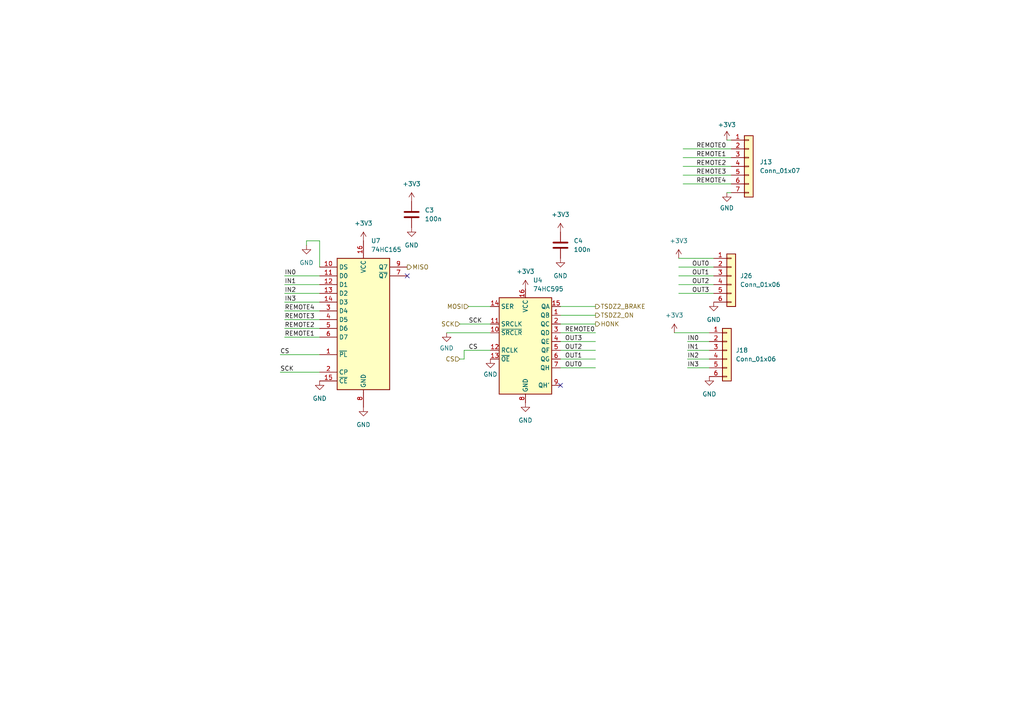
<source format=kicad_sch>
(kicad_sch (version 20230121) (generator eeschema)
  (paper "A4")
  (lib_symbols
    (symbol "74xx:74HC165"
      (property "Reference" "U" (at -7.62 19.05 0))
      (property "Value" "74HC165" (at -7.62 -21.59 0))
      (symbol "74HC165_1_0"
        (pin input line (at -12.7 -10.16 0) (length 5.08) (name "~{PL}") (number "1"))
        (pin input line (at -12.7 15.24 0) (length 5.08) (name "DS") (number "10"))
        (pin input line (at -12.7 12.7 0) (length 5.08) (name "D0") (number "11"))
        (pin input line (at -12.7 10.16 0) (length 5.08) (name "D1") (number "12"))
        (pin input line (at -12.7 7.62 0) (length 5.08) (name "D2") (number "13"))
        (pin input line (at -12.7 5.08 0) (length 5.08) (name "D3") (number "14"))
        (pin input line (at -12.7 -17.78 0) (length 5.08) (name "~{CE}") (number "15"))
        (pin power_in line (at 0 22.86 270) (length 5.08) (name "VCC") (number "16"))
        (pin input line (at -12.7 -15.24 0) (length 5.08) (name "CP") (number "2"))
        (pin input line (at -12.7 2.54 0) (length 5.08) (name "D4") (number "3"))
        (pin input line (at -12.7 0 0) (length 5.08) (name "D5") (number "4"))
        (pin input line (at -12.7 -2.54 0) (length 5.08) (name "D6") (number "5"))
        (pin input line (at -12.7 -5.08 0) (length 5.08) (name "D7") (number "6"))
        (pin output line (at 12.7 12.7 180) (length 5.08) (name "~{Q7}") (number "7"))
        (pin power_in line (at 0 -25.4 90) (length 5.08) (name "GND") (number "8"))
        (pin output line (at 12.7 15.24 180) (length 5.08) (name "Q7") (number "9"))
      )
      (symbol "74HC165_1_1"
        (rectangle (start -7.62 17.78) (end 7.62 -20.32) (stroke (width 0.254)) (fill (type background)))
      )
    )
    (symbol "74xx:74HC595"
      (property "Reference" "U" (at -7.62 13.97 0))
      (property "Value" "74HC595" (at -7.62 -16.51 0))
      (symbol "74HC595_1_0"
        (pin tri_state line (at 10.16 7.62 180) (length 2.54) (name "QB") (number "1"))
        (pin input line (at -10.16 2.54 0) (length 2.54) (name "~{SRCLR}") (number "10"))
        (pin input line (at -10.16 5.08 0) (length 2.54) (name "SRCLK") (number "11"))
        (pin input line (at -10.16 -2.54 0) (length 2.54) (name "RCLK") (number "12"))
        (pin input line (at -10.16 -5.08 0) (length 2.54) (name "~{OE}") (number "13"))
        (pin input line (at -10.16 10.16 0) (length 2.54) (name "SER") (number "14"))
        (pin tri_state line (at 10.16 10.16 180) (length 2.54) (name "QA") (number "15"))
        (pin power_in line (at 0 15.24 270) (length 2.54) (name "VCC") (number "16"))
        (pin tri_state line (at 10.16 5.08 180) (length 2.54) (name "QC") (number "2"))
        (pin tri_state line (at 10.16 2.54 180) (length 2.54) (name "QD") (number "3"))
        (pin tri_state line (at 10.16 0 180) (length 2.54) (name "QE") (number "4"))
        (pin tri_state line (at 10.16 -2.54 180) (length 2.54) (name "QF") (number "5"))
        (pin tri_state line (at 10.16 -5.08 180) (length 2.54) (name "QG") (number "6"))
        (pin tri_state line (at 10.16 -7.62 180) (length 2.54) (name "QH") (number "7"))
        (pin power_in line (at 0 -17.78 90) (length 2.54) (name "GND") (number "8"))
        (pin output line (at 10.16 -12.7 180) (length 2.54) (name "QH'") (number "9"))
      )
      (symbol "74HC595_1_1"
        (rectangle (start -7.62 12.7) (end 7.62 -15.24) (stroke (width 0.254)) (fill (type background)))
      )
    )
    (symbol "Connector_Generic:Conn_01x06" (pin_names (offset 1.016) hide)
      (property "Reference" "J" (at 0 7.62 0))
      (property "Value" "Conn_01x06" (at 0 -10.16 0))
      (symbol "Conn_01x06_1_1"
        (rectangle (start -1.27 -7.493) (end 0 -7.747) (stroke (width 0.1524)))
        (rectangle (start -1.27 -4.953) (end 0 -5.207) (stroke (width 0.1524)))
        (rectangle (start -1.27 -2.413) (end 0 -2.667) (stroke (width 0.1524)))
        (rectangle (start -1.27 0.127) (end 0 -0.127) (stroke (width 0.1524)))
        (rectangle (start -1.27 2.667) (end 0 2.413) (stroke (width 0.1524)))
        (rectangle (start -1.27 5.207) (end 0 4.953) (stroke (width 0.1524)))
        (rectangle (start -1.27 6.35) (end 1.27 -8.89) (stroke (width 0.254)) (fill (type background)))
        (pin passive line (at -5.08 5.08 0) (length 3.81) (name "Pin_1") (number "1"))
        (pin passive line (at -5.08 2.54 0) (length 3.81) (name "Pin_2") (number "2"))
        (pin passive line (at -5.08 0 0) (length 3.81) (name "Pin_3") (number "3"))
        (pin passive line (at -5.08 -2.54 0) (length 3.81) (name "Pin_4") (number "4"))
        (pin passive line (at -5.08 -5.08 0) (length 3.81) (name "Pin_5") (number "5"))
        (pin passive line (at -5.08 -7.62 0) (length 3.81) (name "Pin_6") (number "6"))
      )
    )
    (symbol "Connector_Generic:Conn_01x07" (pin_names (offset 1.016) hide)
      (property "Reference" "J" (at 0 10.16 0))
      (property "Value" "Conn_01x07" (at 0 -10.16 0))
      (symbol "Conn_01x07_1_1"
        (rectangle (start -1.27 -7.493) (end 0 -7.747) (stroke (width 0.1524)))
        (rectangle (start -1.27 -4.953) (end 0 -5.207) (stroke (width 0.1524)))
        (rectangle (start -1.27 -2.413) (end 0 -2.667) (stroke (width 0.1524)))
        (rectangle (start -1.27 0.127) (end 0 -0.127) (stroke (width 0.1524)))
        (rectangle (start -1.27 2.667) (end 0 2.413) (stroke (width 0.1524)))
        (rectangle (start -1.27 5.207) (end 0 4.953) (stroke (width 0.1524)))
        (rectangle (start -1.27 7.747) (end 0 7.493) (stroke (width 0.1524)))
        (rectangle (start -1.27 8.89) (end 1.27 -8.89) (stroke (width 0.254)) (fill (type background)))
        (pin passive line (at -5.08 7.62 0) (length 3.81) (name "Pin_1") (number "1"))
        (pin passive line (at -5.08 5.08 0) (length 3.81) (name "Pin_2") (number "2"))
        (pin passive line (at -5.08 2.54 0) (length 3.81) (name "Pin_3") (number "3"))
        (pin passive line (at -5.08 0 0) (length 3.81) (name "Pin_4") (number "4"))
        (pin passive line (at -5.08 -2.54 0) (length 3.81) (name "Pin_5") (number "5"))
        (pin passive line (at -5.08 -5.08 0) (length 3.81) (name "Pin_6") (number "6"))
        (pin passive line (at -5.08 -7.62 0) (length 3.81) (name "Pin_7") (number "7"))
      )
    )
    (symbol "Device:C" (pin_numbers hide) (pin_names (offset 0.254))
      (property "Reference" "C" (at 0.635 2.54 0))
      (property "Value" "C" (at 0.635 -2.54 0))
      (symbol "C_0_1"
        (polyline (pts (xy -2.032 -0.762) (xy 2.032 -0.762)) (stroke (width 0.508)))
        (polyline (pts (xy -2.032 0.762) (xy 2.032 0.762)) (stroke (width 0.508)))
      )
      (symbol "C_1_1"
        (pin passive line (at 0 3.81 270) (length 2.794) (name "~") (number "1"))
        (pin passive line (at 0 -3.81 90) (length 2.794) (name "~") (number "2"))
      )
    )
    (symbol "power:+3V3" (power) (pin_names (offset 0))
      (property "Value" "+3V3" (at 0 3.556 0))
      (symbol "+3V3_0_1"
        (polyline (pts (xy -0.762 1.27) (xy 0 2.54)))
        (polyline (pts (xy 0 0) (xy 0 2.54)))
        (polyline (pts (xy 0 2.54) (xy 0.762 1.27)))
      )
      (symbol "+3V3_1_1"
        (pin power_in line (at 0 0 90) (length 0) hide (name "+3V3") (number "1"))
      )
    )
    (symbol "power:GND" (power) (pin_names (offset 0))
      (property "Value" "GND" (at 0 -3.81 0))
      (symbol "GND_0_1"
        (polyline (pts (xy 0 0) (xy 0 -1.27) (xy 1.27 -1.27) (xy 0 -2.54) (xy -1.27 -1.27) (xy 0 -1.27)))
      )
      (symbol "GND_1_1"
        (pin power_in line (at 0 0 270) (length 0) hide (name "GND") (number "1"))
      )
    )
  )
  (no_connect (at 118.11 80.01))
  (no_connect (at 162.56 111.76))
  (wire (pts (xy 82.55 80.01) (xy 92.71 80.01)))
  (wire (pts (xy 88.9 69.85) (xy 92.71 69.85)))
  (wire (pts (xy 129.54 96.52) (xy 142.24 96.52)))
  (wire (pts (xy 82.55 95.25) (xy 92.71 95.25)))
  (wire (pts (xy 133.35 104.14) (xy 134.62 104.14)))
  (wire (pts (xy 172.72 88.9) (xy 162.56 88.9)))
  (wire (pts (xy 133.35 93.98) (xy 142.24 93.98)))
  (wire (pts (xy 196.85 82.55) (xy 207.01 82.55)))
  (wire (pts (xy 199.39 106.68) (xy 205.74 106.68)))
  (wire (pts (xy 172.72 106.68) (xy 162.56 106.68)))
  (wire (pts (xy 199.39 99.06) (xy 205.74 99.06)))
  (wire (pts (xy 134.62 101.6) (xy 142.24 101.6)))
  (wire (pts (xy 92.71 69.85) (xy 92.71 77.47)))
  (wire (pts (xy 172.72 93.98) (xy 162.56 93.98)))
  (wire (pts (xy 135.89 88.9) (xy 142.24 88.9)))
  (wire (pts (xy 82.55 97.79) (xy 92.71 97.79)))
  (wire (pts (xy 198.12 53.34) (xy 212.09 53.34)))
  (wire (pts (xy 82.55 92.71) (xy 92.71 92.71)))
  (wire (pts (xy 134.62 104.14) (xy 134.62 101.6)))
  (wire (pts (xy 196.85 85.09) (xy 207.01 85.09)))
  (wire (pts (xy 198.12 43.18) (xy 212.09 43.18)))
  (wire (pts (xy 195.58 96.52) (xy 205.74 96.52)))
  (wire (pts (xy 210.82 40.64) (xy 212.09 40.64)))
  (wire (pts (xy 198.12 50.8) (xy 212.09 50.8)))
  (wire (pts (xy 81.28 107.95) (xy 92.71 107.95)))
  (wire (pts (xy 82.55 90.17) (xy 92.71 90.17)))
  (wire (pts (xy 198.12 48.26) (xy 212.09 48.26)))
  (wire (pts (xy 196.85 74.93) (xy 207.01 74.93)))
  (wire (pts (xy 82.55 87.63) (xy 92.71 87.63)))
  (wire (pts (xy 196.85 77.47) (xy 207.01 77.47)))
  (wire (pts (xy 162.56 91.44) (xy 172.72 91.44)))
  (wire (pts (xy 199.39 101.6) (xy 205.74 101.6)))
  (wire (pts (xy 82.55 82.55) (xy 92.71 82.55)))
  (wire (pts (xy 82.55 85.09) (xy 92.71 85.09)))
  (wire (pts (xy 172.72 104.14) (xy 162.56 104.14)))
  (wire (pts (xy 88.9 69.85) (xy 88.9 71.12)))
  (wire (pts (xy 196.85 80.01) (xy 207.01 80.01)))
  (wire (pts (xy 198.12 45.72) (xy 212.09 45.72)))
  (wire (pts (xy 81.28 102.87) (xy 92.71 102.87)))
  (wire (pts (xy 172.72 99.06) (xy 162.56 99.06)))
  (wire (pts (xy 199.39 104.14) (xy 205.74 104.14)))
  (wire (pts (xy 172.72 96.52) (xy 162.56 96.52)))
  (wire (pts (xy 210.82 55.88) (xy 212.09 55.88)))
  (wire (pts (xy 172.72 101.6) (xy 162.56 101.6)))
  (label "SCK" (at 81.28 107.95 0))
  (label "REMOTE1" (at 201.93 45.72 0))
  (label "REMOTE2" (at 82.55 95.25 0))
  (label "IN3" (at 82.55 87.63 0))
  (label "REMOTE0" (at 201.93 43.18 0))
  (label "IN0" (at 199.39 99.06 0))
  (label "OUT1" (at 163.83 104.14 0))
  (label "REMOTE2" (at 201.93 48.26 0))
  (label "IN2" (at 82.55 85.09 0))
  (label "IN3" (at 199.39 106.68 0))
  (label "SCK" (at 135.89 93.98 0))
  (label "OUT0" (at 205.74 77.47 180))
  (label "REMOTE4" (at 201.93 53.34 0))
  (label "IN1" (at 82.55 82.55 0))
  (label "OUT0" (at 163.83 106.68 0))
  (label "OUT3" (at 205.74 85.09 180))
  (label "OUT2" (at 163.83 101.6 0))
  (label "REMOTE3" (at 201.93 50.8 0))
  (label "REMOTE1" (at 82.55 97.79 0))
  (label "REMOTE4" (at 82.55 90.17 0))
  (label "IN2" (at 199.39 104.14 0))
  (label "CS" (at 81.28 102.87 0))
  (label "CS" (at 135.89 101.6 0))
  (label "IN0" (at 82.55 80.01 0))
  (label "OUT2" (at 205.74 82.55 180))
  (label "REMOTE3" (at 82.55 92.71 0))
  (label "OUT1" (at 205.74 80.01 180))
  (label "IN1" (at 199.39 101.6 0))
  (label "REMOTE0" (at 163.83 96.52 0))
  (label "OUT3" (at 163.83 99.06 0))
  (hierarchical_label "HONK" (shape output) (at 172.72 93.98 0))
  (hierarchical_label "TSDZ2_BRAKE" (shape output) (at 172.72 88.9 0))
  (hierarchical_label "SCK" (shape input) (at 133.35 93.98 180))
  (hierarchical_label "TSDZ2_ON" (shape output) (at 172.72 91.44 0))
  (hierarchical_label "MOSI" (shape input) (at 135.89 88.9 180))
  (hierarchical_label "CS" (shape input) (at 133.35 104.14 180))
  (hierarchical_label "MISO" (shape output) (at 118.11 77.47 0))
  (symbol (lib_id "Connector_Generic:Conn_01x06") (at 210.82 101.6 0) (unit 1)
    (property "Reference" "J18" (at 213.36 101.6 0) (effects (justify left)))
    (property "Value" "Conn_01x06" (at 213.36 104.14 0) (effects (justify left)))
    (property "Footprint" "Connector_JST:JST_XH_B6B-XH-A_1x06_P2.50mm_Vertical" (effects hide))
  )
  (symbol (lib_id "74xx:74HC595") (at 152.4 99.06 0) (unit 1)
    (property "Reference" "U4" (at 154.5941 81.28 0) (effects (justify left)))
    (property "Value" "74HC595" (at 154.5941 83.82 0) (effects (justify left)))
    (property "Footprint" "Package_SO:SOIC-16_3.9x9.9mm_P1.27mm" (effects hide))
    (property "Datasheet" "http://www.ti.com/lit/ds/symlink/sn74hc595.pdf" (effects hide))
    (instances (project "speedomobile" (path "" (reference "U4") (unit 1)) (path "" (reference "U7") (unit 1))))
  )
  (symbol (lib_id "power:GND") (at 105.41 118.11 0) (unit 1)
    (property "Reference" "#PWR070" (effects hide))
    (property "Value" "GND" (at 105.41 123.19 0))
    (instances (project "speedomobile" (path "" (reference "#PWR070") (unit 1)) (path "" (reference "#PWR069") (unit 1))))
  )
  (symbol (lib_id "Device:C") (at 119.38 62.23 0) (unit 1)
    (property "Reference" "C3" (at 123.19 60.96 0) (effects (justify left)))
    (property "Value" "100n" (at 123.19 63.5 0) (effects (justify left)))
    (property "Footprint" "Capacitor_SMD:C_1206_3216Metric" (effects hide))
  )
  (symbol (lib_id "power:+3V3") (at 210.82 40.64 0) (unit 1)
    (property "Reference" "#PWR048" (effects hide))
    (property "Value" "+3V3" (at 210.82 36.195 0))
  )
  (symbol (lib_id "power:+3V3") (at 195.58 96.52 0) (unit 1)
    (property "Reference" "#PWR065" (effects hide))
    (property "Value" "+3V3" (at 195.58 91.44 0))
    (instances (project "speedomobile" (path "" (reference "#PWR065") (unit 1)) (path "" (reference "#PWR093") (unit 1))))
  )
  (symbol (lib_id "power:GND") (at 205.74 109.22 0) (unit 1)
    (property "Reference" "#PWR019" (effects hide))
    (property "Value" "GND" (at 205.74 114.3 0))
    (instances (project "speedomobile" (path "" (reference "#PWR019") (unit 1)) (path "" (reference "#PWR0115") (unit 1))))
  )
  (symbol (lib_id "power:GND") (at 142.24 104.14 0) (unit 1)
    (property "Reference" "#PWR074" (effects hide))
    (property "Value" "GND" (at 142.24 108.585 0))
    (instances (project "speedomobile" (path "" (reference "#PWR074") (unit 1)) (path "" (reference "#PWR073") (unit 1))))
  )
  (symbol (lib_id "power:+3V3") (at 152.4 83.82 0) (unit 1)
    (property "Reference" "#PWR073" (effects hide))
    (property "Value" "+3V3" (at 152.4 78.74 0))
    (instances (project "speedomobile" (path "" (reference "#PWR073") (unit 1)) (path "" (reference "#PWR074") (unit 1))))
  )
  (symbol (lib_id "Connector_Generic:Conn_01x07") (at 217.17 48.26 0) (unit 1)
    (property "Reference" "J13" (at 220.345 46.99 0) (effects (justify left)))
    (property "Value" "Conn_01x07" (at 220.345 49.53 0) (effects (justify left)))
    (property "Footprint" "Connector_JST:JST_XH_B7B-XH-A_1x07_P2.50mm_Vertical" (effects hide))
  )
  (symbol (lib_id "power:GND") (at 152.4 116.84 0) (unit 1)
    (property "Reference" "#PWR072" (effects hide))
    (property "Value" "GND" (at 152.4 121.92 0))
    (instances (project "speedomobile" (path "" (reference "#PWR072") (unit 1)) (path "" (reference "#PWR075") (unit 1))))
  )
  (symbol (lib_id "power:+3V3") (at 162.56 67.31 0) (unit 1)
    (property "Reference" "#PWR093" (effects hide))
    (property "Value" "+3V3" (at 162.56 62.23 0))
    (instances (project "speedomobile" (path "" (reference "#PWR093") (unit 1)) (path "" (reference "#PWR091") (unit 1))))
  )
  (symbol (lib_id "Connector_Generic:Conn_01x06") (at 212.09 80.01 0) (unit 1)
    (property "Reference" "J26" (at 214.63 80.01 0) (effects (justify left)))
    (property "Value" "Conn_01x06" (at 214.63 82.55 0) (effects (justify left)))
    (property "Footprint" "Connector_JST:JST_XH_B6B-XH-A_1x06_P2.50mm_Vertical" (effects hide))
  )
  (symbol (lib_id "power:GND") (at 88.9 71.12 0) (unit 1)
    (property "Reference" "#PWR067" (effects hide))
    (property "Value" "GND" (at 88.9 76.2 0))
    (instances (project "speedomobile" (path "" (reference "#PWR067") (unit 1)) (path "" (reference "#PWR019") (unit 1))))
  )
  (symbol (lib_id "power:GND") (at 207.01 87.63 0) (mirror y) (unit 1)
    (property "Reference" "#PWR0115" (effects hide))
    (property "Value" "GND" (at 207.01 92.71 0))
    (instances (project "speedomobile" (path "" (reference "#PWR0115") (unit 1)) (path "" (reference "#PWR0116") (unit 1))))
  )
  (symbol (lib_id "power:GND") (at 92.71 110.49 0) (unit 1)
    (property "Reference" "#PWR069" (effects hide))
    (property "Value" "GND" (at 92.71 115.57 0))
    (instances (project "speedomobile" (path "" (reference "#PWR069") (unit 1)) (path "" (reference "#PWR065") (unit 1))))
  )
  (symbol (lib_id "power:GND") (at 162.56 74.93 0) (unit 1)
    (property "Reference" "#PWR094" (effects hide))
    (property "Value" "GND" (at 162.56 80.01 0))
    (instances (project "speedomobile" (path "" (reference "#PWR094") (unit 1)) (path "" (reference "#PWR092") (unit 1))))
  )
  (symbol (lib_id "power:+3V3") (at 119.38 58.42 0) (unit 1)
    (property "Reference" "#PWR092" (effects hide))
    (property "Value" "+3V3" (at 119.38 53.34 0))
    (instances (project "speedomobile" (path "" (reference "#PWR092") (unit 1)) (path "" (reference "#PWR070") (unit 1))))
  )
  (symbol (lib_id "74xx:74HC165") (at 105.41 92.71 0) (unit 1)
    (property "Reference" "U7" (at 107.6041 69.85 0) (effects (justify left)))
    (property "Value" "74HC165" (at 107.6041 72.39 0) (effects (justify left)))
    (property "Footprint" "Package_SO:SOIC-16_3.9x9.9mm_P1.27mm" (effects hide))
    (property "Datasheet" "https://assets.nexperia.com/documents/data-sheet/74HC_HCT165.pdf" (effects hide))
    (instances (project "speedomobile" (path "" (reference "U7") (unit 1)) (path "" (reference "U4") (unit 1))))
  )
  (symbol (lib_id "power:+3V3") (at 105.41 69.85 0) (unit 1)
    (property "Reference" "#PWR071" (effects hide))
    (property "Value" "+3V3" (at 105.41 64.77 0))
    (instances (project "speedomobile" (path "" (reference "#PWR071") (unit 1)) (path "" (reference "#PWR067") (unit 1))))
  )
  (symbol (lib_id "power:+3V3") (at 196.85 74.93 0) (unit 1)
    (property "Reference" "#PWR0116" (effects hide))
    (property "Value" "+3V3" (at 196.85 69.85 0))
    (instances (project "speedomobile" (path "" (reference "#PWR0116") (unit 1)) (path "" (reference "#PWR094") (unit 1))))
  )
  (symbol (lib_id "Device:C") (at 162.56 71.12 0) (unit 1)
    (property "Reference" "C4" (at 166.37 69.85 0) (effects (justify left)))
    (property "Value" "100n" (at 166.37 72.39 0) (effects (justify left)))
    (property "Footprint" "Capacitor_SMD:C_1206_3216Metric" (effects hide))
  )
  (symbol (lib_id "power:GND") (at 129.54 96.52 0) (unit 1)
    (property "Reference" "#PWR075" (effects hide))
    (property "Value" "GND" (at 129.54 100.965 0))
    (instances (project "speedomobile" (path "" (reference "#PWR075") (unit 1)) (path "" (reference "#PWR072") (unit 1))))
  )
  (symbol (lib_id "power:GND") (at 119.38 66.04 0) (unit 1)
    (property "Reference" "#PWR091" (effects hide))
    (property "Value" "GND" (at 119.38 71.12 0))
    (instances (project "speedomobile" (path "" (reference "#PWR091") (unit 1)) (path "" (reference "#PWR071") (unit 1))))
  )
  (symbol (lib_id "power:GND") (at 210.82 55.88 0) (unit 1)
    (property "Reference" "#PWR049" (effects hide))
    (property "Value" "GND" (at 210.82 60.325 0))
  )
)
</source>
